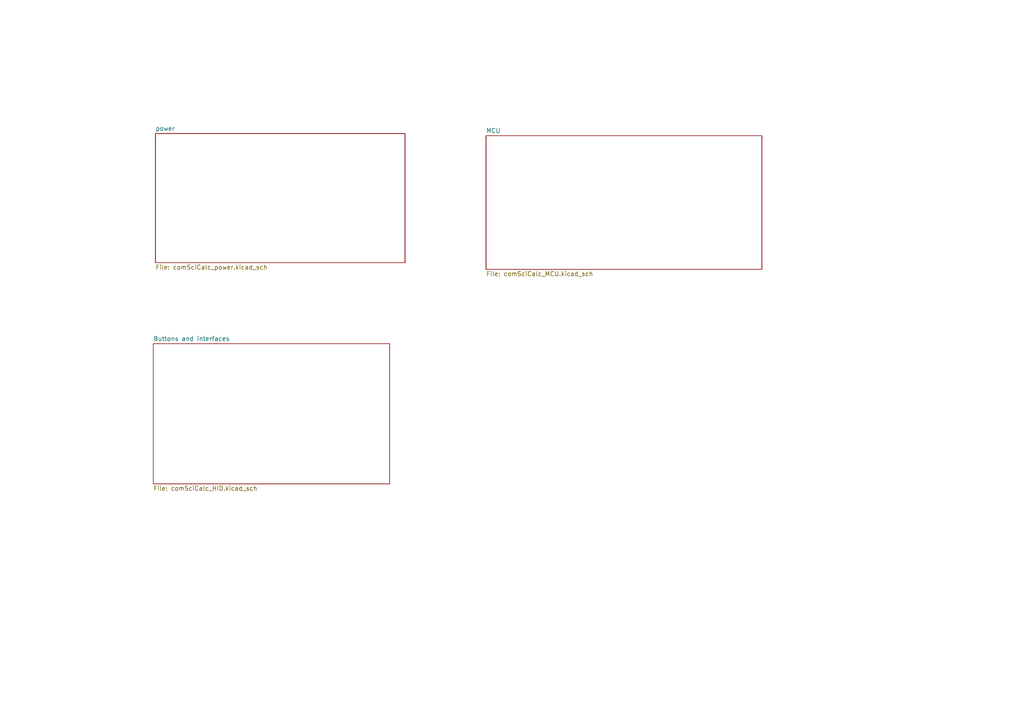
<source format=kicad_sch>
(kicad_sch (version 20211123) (generator eeschema)
  (paper "A4")
  (lib_symbols)
  (sheet (at 45.085 38.735) (size 72.39 37.465) (stroke (width 0.1524))
    (property "Sheet name" "power" (at 45.085 38.0234 0) (effects (justify left bottom)))
    (property "Sheet file" "comSciCalc_power.kicad_sch" (at 45.085 76.7846 0) (effects (justify left top)))
  )
  (sheet (at 140.97 39.37) (size 80.01 38.735) (stroke (width 0.1524))
    (property "Sheet name" "MCU" (at 140.97 38.6584 0) (effects (justify left bottom)))
    (property "Sheet file" "comSciCalc_MCU.kicad_sch" (at 140.97 78.6896 0) (effects (justify left top)))
  )
  (sheet (at 44.45 99.695) (size 68.58 40.64) (stroke (width 0.1524))
    (property "Sheet name" "Buttons and interfaces" (at 44.45 98.9834 0) (effects (justify left bottom)))
    (property "Sheet file" "comSciCalc_HID.kicad_sch" (at 44.45 140.9196 0) (effects (justify left top)))
  )
)
</source>
